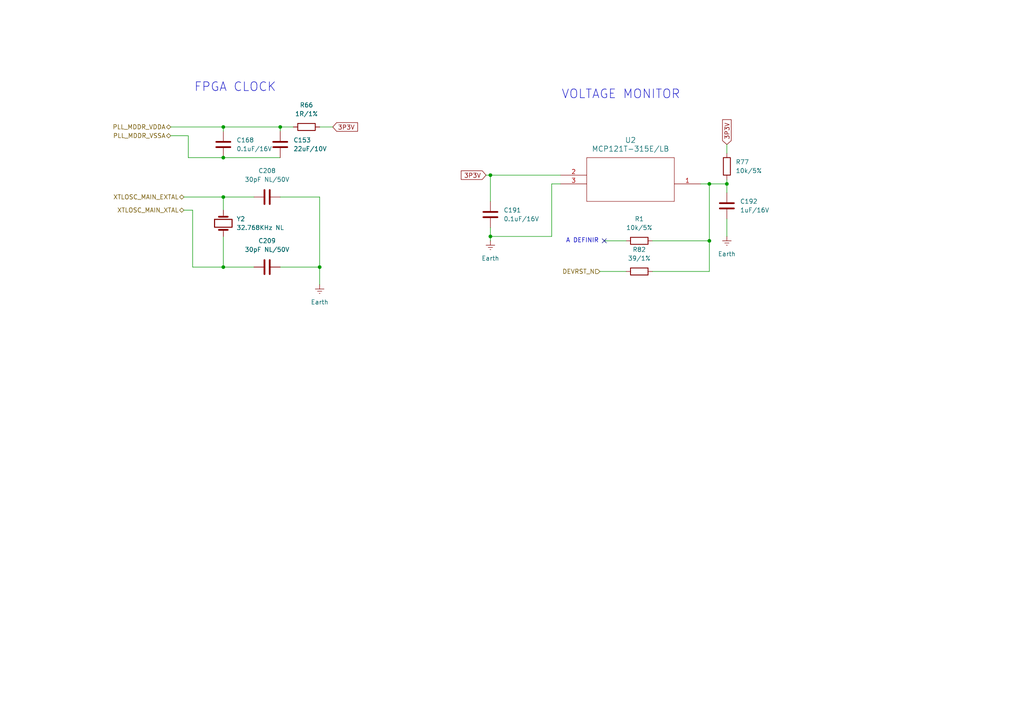
<source format=kicad_sch>
(kicad_sch (version 20231120) (generator "eeschema") (generator_version "8.0")
  (paper "A4")
  (title_block (title "FPGA - SmartFusion2") (company "IFSP - SBV, IFSP - GRU") (comment 2 "WILLIAN BUENO SANTOS") (comment 3 "ISRAEL RODRIGUES") (comment 4 "ADRIANO CÉSAR DE SOUSA PEREIRA"))
  (lib_symbols
    (symbol "Device:C" (pin_numbers hide) (pin_names (offset 0.254))
      (property "Reference" "C" (at 0.635 2.54 0))
      (property "Value" "C" (at 0.635 -2.54 0))
      (symbol "C_0_1"
        (polyline (pts (xy -2.032 -0.762) (xy 2.032 -0.762)) (stroke (width 0.508)))
        (polyline (pts (xy -2.032 0.762) (xy 2.032 0.762)) (stroke (width 0.508)))
      )
      (symbol "C_1_1"
        (pin passive line (at 0 3.81 270) (length 2.794) (name "~") (number "1"))
        (pin passive line (at 0 -3.81 90) (length 2.794) (name "~") (number "2"))
      )
    )
    (symbol "Device:Crystal" (pin_numbers hide) (pin_names (offset 1.016) hide)
      (property "Reference" "Y" (at 0 3.81 0))
      (property "Value" "Crystal" (at 0 -3.81 0))
      (symbol "Crystal_0_1"
        (rectangle (start -1.143 2.54) (end 1.143 -2.54) (stroke (width 0.3048)))
        (polyline (pts (xy -2.54 0) (xy -1.905 0)))
        (polyline (pts (xy -1.905 -1.27) (xy -1.905 1.27)) (stroke (width 0.508)))
        (polyline (pts (xy 1.905 -1.27) (xy 1.905 1.27)) (stroke (width 0.508)))
        (polyline (pts (xy 2.54 0) (xy 1.905 0)))
      )
      (symbol "Crystal_1_1"
        (pin passive line (at -3.81 0 0) (length 1.27) (name "1") (number "1"))
        (pin passive line (at 3.81 0 180) (length 1.27) (name "2") (number "2"))
      )
    )
    (symbol "Device:R" (pin_numbers hide) (pin_names (offset 0))
      (property "Reference" "R" (at 2.032 0 90))
      (property "Value" "R" (at 0 0 90))
      (symbol "R_0_1"
        (rectangle (start -1.016 -2.54) (end 1.016 2.54) (stroke (width 0.254)))
      )
      (symbol "R_1_1"
        (pin passive line (at 0 3.81 270) (length 1.27) (name "~") (number "1"))
        (pin passive line (at 0 -3.81 90) (length 1.27) (name "~") (number "2"))
      )
    )
    (symbol "MCP121T-315E/LB:MCP121T-315E_LB" (pin_names (offset 0.254))
      (property "Reference" "U" (at 20.32 10.16 0))
      (property "Value" "MCP121T-315E/LB" (at 20.32 7.62 0))
      (symbol "MCP121T-315E_LB_0_1"
        (polyline (pts (xy 7.62 -7.62) (xy 33.02 -7.62)) (stroke (width 0.127)))
        (polyline (pts (xy 7.62 5.08) (xy 7.62 -7.62)) (stroke (width 0.127)))
        (polyline (pts (xy 33.02 -7.62) (xy 33.02 5.08)) (stroke (width 0.127)))
        (polyline (pts (xy 33.02 5.08) (xy 7.62 5.08)) (stroke (width 0.127)))
        (pin unspecified line (at 0 0 0) (length 7.62) (name "") (number "1"))
        (pin unspecified line (at 40.64 -2.54 180) (length 7.62) (name "") (number "2"))
        (pin unspecified line (at 40.64 0 180) (length 7.62) (name "") (number "3"))
      )
    )
    (symbol "power:Earth" (power) (pin_numbers hide) (pin_names (offset 0) hide)
      (property "Value" "Earth" (at 0 -3.81 0))
      (symbol "Earth_0_1"
        (polyline (pts (xy -0.635 -1.905) (xy 0.635 -1.905)))
        (polyline (pts (xy -0.127 -2.54) (xy 0.127 -2.54)))
        (polyline (pts (xy 0 -1.27) (xy 0 0)))
        (polyline (pts (xy 1.27 -1.27) (xy -1.27 -1.27)))
      )
      (symbol "Earth_1_1"
        (pin power_in line (at 0 0 270) (length 0) (name "~") (number "1"))
      )
    )
  )
  (junction (at 81.28 36.83))
  (junction (at 64.77 45.72))
  (junction (at 210.82 53.34))
  (junction (at 64.77 77.47))
  (junction (at 205.74 53.34))
  (junction (at 142.24 50.8))
  (junction (at 205.74 69.85))
  (junction (at 142.24 68.58))
  (junction (at 64.77 57.15))
  (junction (at 92.71 77.47))
  (junction (at 64.77 36.83))
  (no_connect (at 175.26 69.85))
  (wire (pts (xy 203.2 53.34) (xy 205.74 53.34)))
  (wire (pts (xy 189.23 69.85) (xy 205.74 69.85)))
  (wire (pts (xy 55.88 77.47) (xy 64.77 77.47)))
  (wire (pts (xy 142.24 58.42) (xy 142.24 50.8)))
  (wire (pts (xy 205.74 53.34) (xy 210.82 53.34)))
  (wire (pts (xy 160.02 68.58) (xy 142.24 68.58)))
  (wire (pts (xy 210.82 41.91) (xy 210.82 44.45)))
  (wire (pts (xy 210.82 53.34) (xy 210.82 52.07)))
  (wire (pts (xy 92.71 57.15) (xy 92.71 77.47)))
  (wire (pts (xy 49.53 36.83) (xy 64.77 36.83)))
  (wire (pts (xy 162.56 53.34) (xy 160.02 53.34)))
  (wire (pts (xy 210.82 53.34) (xy 210.82 55.88)))
  (wire (pts (xy 81.28 57.15) (xy 92.71 57.15)))
  (wire (pts (xy 81.28 36.83) (xy 81.28 38.1)))
  (wire (pts (xy 92.71 77.47) (xy 92.71 82.55)))
  (wire (pts (xy 54.61 39.37) (xy 54.61 45.72)))
  (wire (pts (xy 81.28 36.83) (xy 85.09 36.83)))
  (wire (pts (xy 54.61 45.72) (xy 64.77 45.72)))
  (wire (pts (xy 189.23 78.74) (xy 205.74 78.74)))
  (wire (pts (xy 142.24 50.8) (xy 162.56 50.8)))
  (wire (pts (xy 64.77 36.83) (xy 81.28 36.83)))
  (wire (pts (xy 142.24 66.04) (xy 142.24 68.58)))
  (wire (pts (xy 64.77 77.47) (xy 73.66 77.47)))
  (wire (pts (xy 64.77 68.58) (xy 64.77 77.47)))
  (wire (pts (xy 64.77 38.1) (xy 64.77 36.83)))
  (wire (pts (xy 64.77 60.96) (xy 64.77 57.15)))
  (wire (pts (xy 205.74 69.85) (xy 205.74 53.34)))
  (wire (pts (xy 173.99 78.74) (xy 181.61 78.74)))
  (wire (pts (xy 210.82 63.5) (xy 210.82 68.58)))
  (wire (pts (xy 92.71 36.83) (xy 96.52 36.83)))
  (wire (pts (xy 55.88 60.96) (xy 55.88 77.47)))
  (wire (pts (xy 81.28 77.47) (xy 92.71 77.47)))
  (wire (pts (xy 175.26 69.85) (xy 181.61 69.85)))
  (wire (pts (xy 205.74 78.74) (xy 205.74 69.85)))
  (wire (pts (xy 64.77 57.15) (xy 73.66 57.15)))
  (wire (pts (xy 53.34 57.15) (xy 64.77 57.15)))
  (wire (pts (xy 49.53 39.37) (xy 54.61 39.37)))
  (wire (pts (xy 142.24 68.58) (xy 142.24 69.85)))
  (wire (pts (xy 142.24 50.8) (xy 140.97 50.8)))
  (wire (pts (xy 64.77 45.72) (xy 81.28 45.72)))
  (wire (pts (xy 53.34 60.96) (xy 55.88 60.96)))
  (wire (pts (xy 160.02 53.34) (xy 160.02 68.58)))
  (text "A DEFINIR" (at 168.91 69.85 0) (effects (font (size 1.27 1.27))))
  (text "FPGA CLOCK" (at 68.2225 25.3512 0) (effects (font (size 2.54 2.54))))
  (text "VOLTAGE MONITOR" (at 180.086 27.432 0) (effects (font (size 2.54 2.54))))
  (global_label "3P3V" (shape input) (at 140.97 50.8 180) (property "Intersheetrefs" "${INTERSHEET_REFS}" (effects (hide yes))))
  (global_label "3P3V" (shape input) (at 210.82 41.91 90) (property "Intersheetrefs" "${INTERSHEET_REFS}" (effects (hide yes))))
  (global_label "3P3V" (shape input) (at 96.52 36.83 0) (property "Intersheetrefs" "${INTERSHEET_REFS}" (effects (hide yes))))
  (hierarchical_label "PLL_MDDR_VSSA" (shape bidirectional) (at 49.53 39.37 180))
  (hierarchical_label "PLL_MDDR_VDDA" (shape bidirectional) (at 49.53 36.83 180))
  (hierarchical_label "XTLOSC_MAIN_XTAL" (shape bidirectional) (at 53.34 60.96 180))
  (hierarchical_label "XTLOSC_MAIN_EXTAL" (shape bidirectional) (at 53.34 57.15 180))
  (hierarchical_label "DEVRST_N" (shape input) (at 173.99 78.74 180))
  (symbol (lib_id "Device:C") (at 77.47 77.47 90) (unit 1)
    (property "Reference" "C209" (at 77.47 69.85 90))
    (property "Value" "30pF NL/50V" (at 77.47 72.39 90))
    (property "Footprint" "Capacitor_SMD:C_0402_1005Metric" (effects (hide yes)))
    (property "Description" "Unpolarized capacitor" (effects (hide yes)))
  )
  (symbol (lib_id "Device:C") (at 64.77 41.91 0) (unit 1)
    (property "Reference" "C168" (at 68.58 40.6399 0) (effects (justify left)))
    (property "Value" "0.1uF/16V" (at 68.58 43.1799 0) (effects (justify left)))
    (property "Footprint" "Capacitor_SMD:C_0402_1005Metric" (effects (hide yes)))
    (property "Description" "Unpolarized capacitor" (effects (hide yes)))
  )
  (symbol (lib_id "power:Earth") (at 92.71 82.55 0) (unit 1)
    (property "Reference" "#PWR07" (effects (hide yes)))
    (property "Value" "Earth" (at 92.71 87.63 0))
    (property "Description" "Power symbol creates a global label with name \"Earth\"" (effects (hide yes)))
  )
  (symbol (lib_id "Device:R") (at 185.42 69.85 90) (unit 1)
    (property "Reference" "R1" (at 185.42 63.5 90))
    (property "Value" "10k/5%" (at 185.42 66.04 90))
    (property "Footprint" "Resistor_SMD:R_0402_1005Metric" (effects (hide yes)))
    (property "Description" "Resistor" (effects (hide yes)))
  )
  (symbol (lib_id "Device:R") (at 185.42 78.74 90) (unit 1)
    (property "Reference" "R82" (at 185.42 72.39 90))
    (property "Value" "39/1%" (at 185.42 74.93 90))
    (property "Footprint" "Resistor_SMD:R_0402_1005Metric" (effects (hide yes)))
    (property "Description" "Resistor" (effects (hide yes)))
  )
  (symbol (lib_id "Device:C") (at 142.24 62.23 0) (unit 1)
    (property "Reference" "C191" (at 146.05 60.9599 0) (effects (justify left)))
    (property "Value" "0.1uF/16V" (at 146.05 63.4999 0) (effects (justify left)))
    (property "Footprint" "Capacitor_SMD:C_0402_1005Metric" (effects (hide yes)))
    (property "Description" "Unpolarized capacitor" (effects (hide yes)))
  )
  (symbol (lib_id "Device:C") (at 77.47 57.15 90) (unit 1)
    (property "Reference" "C208" (at 77.47 49.53 90))
    (property "Value" "30pF NL/50V" (at 77.47 52.07 90))
    (property "Footprint" "Capacitor_SMD:C_0402_1005Metric" (effects (hide yes)))
    (property "Description" "Unpolarized capacitor" (effects (hide yes)))
  )
  (symbol (lib_id "Device:C") (at 81.28 41.91 0) (unit 1)
    (property "Reference" "C153" (at 85.09 40.6399 0) (effects (justify left)))
    (property "Value" "22uF/10V" (at 85.09 43.1799 0) (effects (justify left)))
    (property "Footprint" "Capacitor_SMD:C_0603_1608Metric" (effects (hide yes)))
    (property "Description" "Unpolarized capacitor" (effects (hide yes)))
  )
  (symbol (lib_id "power:Earth") (at 210.82 68.58 0) (unit 1)
    (property "Reference" "#PWR09" (effects (hide yes)))
    (property "Value" "Earth" (at 210.82 73.66 0))
    (property "Description" "Power symbol creates a global label with name \"Earth\"" (effects (hide yes)))
  )
  (symbol (lib_id "Device:R") (at 88.9 36.83 90) (unit 1)
    (property "Reference" "R66" (at 88.9 30.48 90))
    (property "Value" "1R/1%" (at 88.9 33.02 90))
    (property "Footprint" "Resistor_SMD:R_0603_1608Metric" (effects (hide yes)))
    (property "Description" "Resistor" (effects (hide yes)))
  )
  (symbol (lib_id "Device:C") (at 210.82 59.69 0) (unit 1)
    (property "Reference" "C192" (at 214.63 58.4199 0) (effects (justify left)))
    (property "Value" "1uF/16V" (at 214.63 60.9599 0) (effects (justify left)))
    (property "Footprint" "Capacitor_SMD:C_0402_1005Metric" (effects (hide yes)))
    (property "Description" "Unpolarized capacitor" (effects (hide yes)))
  )
  (symbol (lib_id "Device:R") (at 210.82 48.26 0) (unit 1)
    (property "Reference" "R77" (at 213.36 46.9899 0) (effects (justify left)))
    (property "Value" "10k/5%" (at 213.36 49.5299 0) (effects (justify left)))
    (property "Footprint" "Resistor_SMD:R_0402_1005Metric" (effects (hide yes)))
    (property "Description" "Resistor" (effects (hide yes)))
  )
  (symbol (lib_id "power:Earth") (at 142.24 69.85 0) (unit 1)
    (property "Reference" "#PWR08" (effects (hide yes)))
    (property "Value" "Earth" (at 142.24 74.93 0))
    (property "Description" "Power symbol creates a global label with name \"Earth\"" (effects (hide yes)))
  )
  (symbol (lib_id "MCP121T-315E/LB:MCP121T-315E_LB") (at 203.2 53.34 180) (unit 1)
    (property "Reference" "U2" (at 182.88 40.64 0) (effects (font (size 1.524 1.524))))
    (property "Value" "MCP121T-315E/LB" (at 182.88 43.18 0) (effects (font (size 1.524 1.524))))
    (property "Footprint" "SC70-3_MC_MCH" (effects (hide yes)))
    (property "Datasheet" "MCP121T-315E/LB" (effects (hide yes)))
  )
  (symbol (lib_id "Device:Crystal") (at 64.77 64.77 90) (unit 1)
    (property "Reference" "Y2" (at 68.58 63.4999 90) (effects (justify right)))
    (property "Value" "32.768KHz NL" (at 68.58 66.0399 90) (effects (justify right)))
    (property "Footprint" "Crystal:Crystal_SMD_EuroQuartz_EQ161-2Pin_3.2x1.5mm" (effects (hide yes)))
    (property "Datasheet" "https://br.mouser.com/datasheet/2/417/ah-963912.pdf" (effects (hide yes)))
    (property "Description" "Two pin crystal" (effects (hide yes)))
  )
)
</source>
